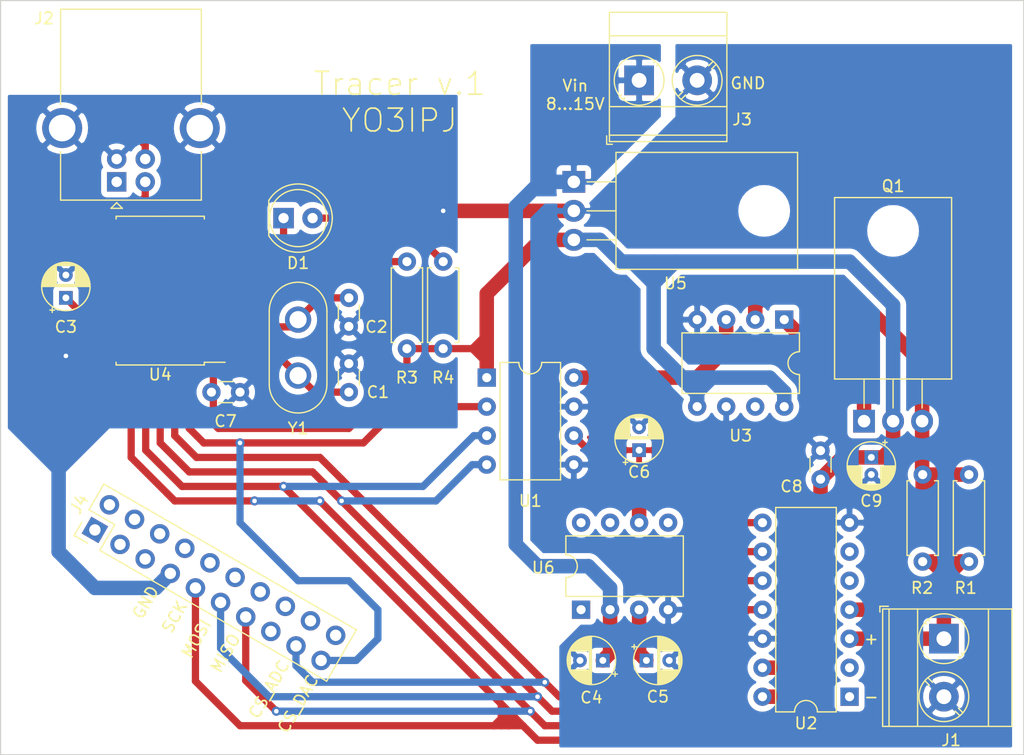
<source format=kicad_pcb>
(kicad_pcb (version 20171130) (host pcbnew 5.1.2-f72e74a~84~ubuntu18.04.1)
  (layers (0 F.Cu signal) (31 B.Cu signal) (34 B.Paste user hide) (35 F.Paste user hide) (36 B.SilkS user) (37 F.SilkS user) (38 B.Mask user hide) (39 F.Mask user hide) (44 Edge.Cuts user))
  (net 0 "")
  (net 1 "Net-(J1-Pad1)")
  (net 2 /SPI_MOSI)
  (net 3 /SPI_CLK)
  (net 4 GND)
  (net 5 /Vin)
  (net 6 "Net-(Q1-Pad3)")
  (net 7 +5V)
  (net 8 "Net-(Q1-Pad1)")
  (net 9 "Net-(U1-Pad8)")
  (net 10 /Vref)
  (net 11 "Net-(C1-Pad1)")
  (net 12 "Net-(D1-Pad2)")
  (net 13 "Net-(D1-Pad1)")
  (net 14 "Net-(J2-Pad3)")
  (net 15 "Net-(J2-Pad2)")
  (net 16 /SPI_CS_ADC)
  (net 17 /SPI_CS_DAC)
  (net 18 /SPI_MISO)
  (net 19 "Net-(R3-Pad1)")
  (net 20 "Net-(C2-Pad2)")
  (net 21 "Net-(C3-Pad1)")
  (net 22 "Net-(C5-Pad1)")
  (module Connector_PinHeader_2.54mm:PinHeader_2x10_P2.54mm_Vertical (layer F.Cu) (at 72.39 136.525 60)
    (fp_text reference J4 (at 1.27 -2.33 60) (layer F.SilkS))
    (fp_text value Conn_02x10_Odd_Even)
    (pad 20 thru_hole oval (at 2.54 22.86 60) (size 1.7 1.7) (drill 1) (layers *.Cu *.Mask))
    (pad 19 thru_hole oval (at 0 22.86 60) (size 1.7 1.7) (drill 1) (layers *.Cu *.Mask) (net 17 /SPI_CS_DAC))
    (pad 18 thru_hole oval (at 2.54 20.32 60) (size 1.7 1.7) (drill 1) (layers *.Cu *.Mask))
    (pad 17 thru_hole oval (at 0 20.32 60) (size 1.7 1.7) (drill 1) (layers *.Cu *.Mask) (net 16 /SPI_CS_ADC))
    (pad 16 thru_hole oval (at 2.54 17.78 60) (size 1.7 1.7) (drill 1) (layers *.Cu *.Mask))
    (pad 15 thru_hole oval (at 0 17.78 60) (size 1.7 1.7) (drill 1) (layers *.Cu *.Mask))
    (pad 14 thru_hole oval (at 2.54 15.24 60) (size 1.7 1.7) (drill 1) (layers *.Cu *.Mask))
    (pad 13 thru_hole oval (at 0 15.24 60) (size 1.7 1.7) (drill 1) (layers *.Cu *.Mask) (net 18 /SPI_MISO))
    (pad 12 thru_hole oval (at 2.54 12.7 60) (size 1.7 1.7) (drill 1) (layers *.Cu *.Mask))
    (pad 11 thru_hole oval (at 0 12.7 60) (size 1.7 1.7) (drill 1) (layers *.Cu *.Mask) (net 2 /SPI_MOSI))
    (pad 10 thru_hole oval (at 2.54 10.16 60) (size 1.7 1.7) (drill 1) (layers *.Cu *.Mask))
    (pad 9 thru_hole oval (at 0 10.16 60) (size 1.7 1.7) (drill 1) (layers *.Cu *.Mask) (net 3 /SPI_CLK))
    (pad 8 thru_hole oval (at 2.54 7.62 60) (size 1.7 1.7) (drill 1) (layers *.Cu *.Mask))
    (pad 7 thru_hole oval (at 0 7.62 60) (size 1.7 1.7) (drill 1) (layers *.Cu *.Mask) (net 4 GND))
    (pad 6 thru_hole oval (at 2.54 5.08 60) (size 1.7 1.7) (drill 1) (layers *.Cu *.Mask))
    (pad 5 thru_hole oval (at 0 5.08 60) (size 1.7 1.7) (drill 1) (layers *.Cu *.Mask))
    (pad 4 thru_hole oval (at 2.54 2.54 60) (size 1.7 1.7) (drill 1) (layers *.Cu *.Mask))
    (pad 3 thru_hole oval (at 0 2.54 60) (size 1.7 1.7) (drill 1) (layers *.Cu *.Mask))
    (pad 2 thru_hole oval (at 2.54 0 60) (size 1.7 1.7) (drill 1) (layers *.Cu *.Mask))
    (pad 1 thru_hole rect (at 0 0 60) (size 1.7 1.7) (drill 1) (layers *.Cu *.Mask))
  )
  (module Package_DIP:DIP-8_W7.62mm (layer F.Cu) (at 132.715 118.11 270)
    (fp_text reference U3 (at 10.16 3.81 180) (layer F.SilkS))
    (fp_text value MCP6002-xP)
    (pad 8 thru_hole oval (at 7.62 0 270) (size 1.6 1.6) (drill 0.8) (layers *.Cu *.Mask) (net 7 +5V))
    (pad 4 thru_hole oval (at 0 7.62 270) (size 1.6 1.6) (drill 0.8) (layers *.Cu *.Mask) (net 4 GND))
    (pad 7 thru_hole oval (at 7.62 2.54 270) (size 1.6 1.6) (drill 0.8) (layers *.Cu *.Mask))
    (pad 3 thru_hole oval (at 0 5.08 270) (size 1.6 1.6) (drill 0.8) (layers *.Cu *.Mask) (net 9 "Net-(U1-Pad8)"))
    (pad 6 thru_hole oval (at 7.62 5.08 270) (size 1.6 1.6) (drill 0.8) (layers *.Cu *.Mask) (net 4 GND))
    (pad 2 thru_hole oval (at 0 2.54 270) (size 1.6 1.6) (drill 0.8) (layers *.Cu *.Mask) (net 6 "Net-(Q1-Pad3)"))
    (pad 5 thru_hole oval (at 7.62 7.62 270) (size 1.6 1.6) (drill 0.8) (layers *.Cu *.Mask) (net 7 +5V))
    (pad 1 thru_hole rect (at 0 0 270) (size 1.6 1.6) (drill 0.8) (layers *.Cu *.Mask) (net 8 "Net-(Q1-Pad1)"))
  )
  (module Capacitor_THT:CP_Radial_D4.0mm_P1.50mm (layer F.Cu) (at 140.335 130.175 270)
    (fp_text reference C9 (at 3.81 0 180) (layer F.SilkS))
    (fp_text value 10uF)
    (pad 2 thru_hole circle (at 1.5 0 270) (size 1.2 1.2) (drill 0.6) (layers *.Cu *.Mask) (net 4 GND))
    (pad 1 thru_hole rect (at 0 0 270) (size 1.2 1.2) (drill 0.6) (layers *.Cu *.Mask) (net 7 +5V))
  )
  (module Capacitor_THT:C_Disc_D3.0mm_W1.6mm_P2.50mm (layer F.Cu) (at 135.89 132.08 90)
    (fp_text reference C8 (at -0.635 -2.54 180) (layer F.SilkS))
    (fp_text value 10nF)
    (pad 2 thru_hole circle (at 2.5 0 90) (size 1.6 1.6) (drill 0.8) (layers *.Cu *.Mask) (net 4 GND))
    (pad 1 thru_hole circle (at 0 0 90) (size 1.6 1.6) (drill 0.8) (layers *.Cu *.Mask) (net 7 +5V))
  )
  (module Capacitor_THT:C_Disc_D3.0mm_W1.6mm_P2.50mm (layer F.Cu) (at 82.59 124.46)
    (fp_text reference C7 (at 1.23 2.54) (layer F.SilkS))
    (fp_text value 10nF)
    (pad 2 thru_hole circle (at 2.5 0) (size 1.6 1.6) (drill 0.8) (layers *.Cu *.Mask) (net 4 GND))
    (pad 1 thru_hole circle (at 0 0) (size 1.6 1.6) (drill 0.8) (layers *.Cu *.Mask) (net 7 +5V))
  )
  (module TerminalBlock_Phoenix:TerminalBlock_Phoenix_MKDS-3-2-5.08_1x02_P5.08mm_Horizontal (layer F.Cu) (at 120.015 97.155)
    (fp_text reference J3 (at 9.017 3.429) (layer F.SilkS))
    (fp_text value Screw_Terminal_01x02)
    (pad 2 thru_hole circle (at 5.08 0) (size 2.6 2.6) (drill 1.3) (layers *.Cu *.Mask) (net 4 GND))
    (pad 1 thru_hole rect (at 0 0) (size 2.6 2.6) (drill 1.3) (layers *.Cu *.Mask) (net 5 /Vin))
  )
  (module TerminalBlock_Phoenix:TerminalBlock_Phoenix_MKDS-3-2-5.08_1x02_P5.08mm_Horizontal (layer F.Cu) (at 146.685 146.05 270)
    (fp_text reference J1 (at 8.89 -0.635 180) (layer F.SilkS))
    (fp_text value Screw_Terminal_01x02)
    (pad 2 thru_hole circle (at 5.08 0 270) (size 2.6 2.6) (drill 1.3) (layers *.Cu *.Mask) (net 4 GND))
    (pad 1 thru_hole rect (at 0 0 270) (size 2.6 2.6) (drill 1.3) (layers *.Cu *.Mask) (net 1 "Net-(J1-Pad1)"))
  )
  (module Capacitor_THT:CP_Radial_D4.0mm_P2.00mm (layer F.Cu) (at 120.015 129.54 90)
    (fp_text reference C6 (at -1.905 0 180) (layer F.SilkS))
    (fp_text value 2.2uF)
    (pad 2 thru_hole circle (at 2 0 90) (size 1.2 1.2) (drill 0.6) (layers *.Cu *.Mask) (net 4 GND))
    (pad 1 thru_hole rect (at 0 0 90) (size 1.2 1.2) (drill 0.6) (layers *.Cu *.Mask) (net 10 /Vref))
  )
  (module Capacitor_THT:CP_Radial_D4.0mm_P2.00mm (layer F.Cu) (at 120.65 147.955)
    (fp_text reference C5 (at 1 3.175) (layer F.SilkS))
    (fp_text value 1uF)
    (pad 2 thru_hole circle (at 2 0) (size 1.2 1.2) (drill 0.6) (layers *.Cu *.Mask) (net 4 GND))
    (pad 1 thru_hole rect (at 0 0) (size 1.2 1.2) (drill 0.6) (layers *.Cu *.Mask) (net 22 "Net-(C5-Pad1)"))
  )
  (module Capacitor_THT:CP_Radial_D4.0mm_P2.00mm (layer F.Cu) (at 116.84 147.955 180)
    (fp_text reference C4 (at 1 -3.25) (layer F.SilkS))
    (fp_text value 2.2uF)
    (pad 2 thru_hole circle (at 2 0 180) (size 1.2 1.2) (drill 0.6) (layers *.Cu *.Mask) (net 4 GND))
    (pad 1 thru_hole rect (at 0 0 180) (size 1.2 1.2) (drill 0.6) (layers *.Cu *.Mask) (net 5 /Vin))
  )
  (module Capacitor_THT:C_Disc_D3.0mm_W1.6mm_P2.50mm (layer F.Cu) (at 94.615 118.705 90)
    (fp_text reference C2 (at -0.04 2.413 180) (layer F.SilkS))
    (fp_text value 22pF)
    (pad 2 thru_hole circle (at 2.5 0 90) (size 1.6 1.6) (drill 0.8) (layers *.Cu *.Mask) (net 20 "Net-(C2-Pad2)"))
    (pad 1 thru_hole circle (at 0 0 90) (size 1.6 1.6) (drill 0.8) (layers *.Cu *.Mask) (net 4 GND))
  )
  (module Capacitor_THT:C_Disc_D3.0mm_W1.6mm_P2.50mm (layer F.Cu) (at 94.615 124.46 90)
    (fp_text reference C1 (at 0 2.54 180) (layer F.SilkS))
    (fp_text value 22pF)
    (pad 2 thru_hole circle (at 2.5 0 90) (size 1.6 1.6) (drill 0.8) (layers *.Cu *.Mask) (net 4 GND))
    (pad 1 thru_hole circle (at 0 0 90) (size 1.6 1.6) (drill 0.8) (layers *.Cu *.Mask) (net 11 "Net-(C1-Pad1)"))
  )
  (module Crystal:Crystal_HC50_Vertical (layer F.Cu) (at 90.17 118.11 270)
    (fp_text reference Y1 (at 9.525 0 180) (layer F.SilkS))
    (fp_text value 12MHz)
    (pad 2 thru_hole circle (at 4.9 0 270) (size 2.3 2.3) (drill 1.5) (layers *.Cu *.Mask) (net 11 "Net-(C1-Pad1)"))
    (pad 1 thru_hole circle (at 0 0 270) (size 2.3 2.3) (drill 1.5) (layers *.Cu *.Mask) (net 20 "Net-(C2-Pad2)"))
  )
  (module Connector_USB:USB_B_OST_USB-B1HSxx_Horizontal (layer F.Cu) (at 74.295 106.045 90)
    (fp_text reference J2 (at 14.319 -6.35 180) (layer F.SilkS))
    (fp_text value USB_B)
    (pad 5 thru_hole circle (at 4.71 7.27 90) (size 3.5 3.5) (drill 2.33) (layers *.Cu *.Mask) (net 4 GND))
    (pad 5 thru_hole circle (at 4.71 -4.77 90) (size 3.5 3.5) (drill 2.33) (layers *.Cu *.Mask) (net 4 GND))
    (pad 4 thru_hole circle (at 2 0 90) (size 1.7 1.7) (drill 0.92) (layers *.Cu *.Mask) (net 4 GND))
    (pad 3 thru_hole circle (at 2 2.5 90) (size 1.7 1.7) (drill 0.92) (layers *.Cu *.Mask) (net 14 "Net-(J2-Pad3)"))
    (pad 2 thru_hole circle (at 0 2.5 90) (size 1.7 1.7) (drill 0.92) (layers *.Cu *.Mask) (net 15 "Net-(J2-Pad2)"))
    (pad 1 thru_hole rect (at 0 0 90) (size 1.7 1.7) (drill 0.92) (layers *.Cu *.Mask))
  )
  (module Capacitor_THT:CP_Radial_D4.0mm_P2.00mm (layer F.Cu) (at 69.85 116.205 90)
    (fp_text reference C3 (at -2.54 0 180) (layer F.SilkS))
    (fp_text value 2.2uF)
    (pad 2 thru_hole circle (at 2 0 90) (size 1.2 1.2) (drill 0.6) (layers *.Cu *.Mask) (net 4 GND))
    (pad 1 thru_hole rect (at 0 0 90) (size 1.2 1.2) (drill 0.6) (layers *.Cu *.Mask) (net 21 "Net-(C3-Pad1)"))
  )
  (module Resistor_THT:R_Axial_DIN0207_L6.3mm_D2.5mm_P7.62mm_Horizontal (layer F.Cu) (at 102.87 120.65 90)
    (fp_text reference R4 (at -2.54 0 180) (layer F.SilkS))
    (fp_text value 1k)
    (pad 2 thru_hole oval (at 7.62 0 90) (size 1.6 1.6) (drill 0.8) (layers *.Cu *.Mask) (net 12 "Net-(D1-Pad2)"))
    (pad 1 thru_hole circle (at 0 0 90) (size 1.6 1.6) (drill 0.8) (layers *.Cu *.Mask) (net 7 +5V))
  )
  (module Resistor_THT:R_Axial_DIN0207_L6.3mm_D2.5mm_P7.62mm_Horizontal (layer F.Cu) (at 99.695 113.03 270)
    (fp_text reference R3 (at 10.16 0 180) (layer F.SilkS))
    (fp_text value 1k)
    (pad 2 thru_hole oval (at 7.62 0 270) (size 1.6 1.6) (drill 0.8) (layers *.Cu *.Mask) (net 7 +5V))
    (pad 1 thru_hole circle (at 0 0 270) (size 1.6 1.6) (drill 0.8) (layers *.Cu *.Mask) (net 19 "Net-(R3-Pad1)"))
  )
  (module Package_SO:SOIC-20W_7.5x12.8mm_P1.27mm (layer F.Cu) (at 78.105 115.57 180)
    (fp_text reference U4 (at 0 -7.35) (layer F.SilkS))
    (fp_text value MCP2210)
    (pad 20 smd roundrect (at 4.65 -5.715 180) (size 2.05 0.6) (layers F.Cu F.Paste F.Mask) (net 4 GND))
    (pad 19 smd roundrect (at 4.65 -4.445 180) (size 2.05 0.6) (layers F.Cu F.Paste F.Mask) (net 14 "Net-(J2-Pad3)"))
    (pad 18 smd roundrect (at 4.65 -3.175 180) (size 2.05 0.6) (layers F.Cu F.Paste F.Mask) (net 15 "Net-(J2-Pad2)"))
    (pad 17 smd roundrect (at 4.65 -1.905 180) (size 2.05 0.6) (layers F.Cu F.Paste F.Mask) (net 21 "Net-(C3-Pad1)"))
    (pad 16 smd roundrect (at 4.65 -0.635 180) (size 2.05 0.6) (layers F.Cu F.Paste F.Mask))
    (pad 15 smd roundrect (at 4.65 0.635 180) (size 2.05 0.6) (layers F.Cu F.Paste F.Mask))
    (pad 14 smd roundrect (at 4.65 1.905 180) (size 2.05 0.6) (layers F.Cu F.Paste F.Mask))
    (pad 13 smd roundrect (at 4.65 3.175 180) (size 2.05 0.6) (layers F.Cu F.Paste F.Mask) (net 18 /SPI_MISO))
    (pad 12 smd roundrect (at 4.65 4.445 180) (size 2.05 0.6) (layers F.Cu F.Paste F.Mask))
    (pad 11 smd roundrect (at 4.65 5.715 180) (size 2.05 0.6) (layers F.Cu F.Paste F.Mask) (net 3 /SPI_CLK))
    (pad 10 smd roundrect (at -4.65 5.715 180) (size 2.05 0.6) (layers F.Cu F.Paste F.Mask))
    (pad 9 smd roundrect (at -4.65 4.445 180) (size 2.05 0.6) (layers F.Cu F.Paste F.Mask) (net 2 /SPI_MOSI))
    (pad 8 smd roundrect (at -4.65 3.175 180) (size 2.05 0.6) (layers F.Cu F.Paste F.Mask) (net 13 "Net-(D1-Pad1)"))
    (pad 7 smd roundrect (at -4.65 1.905 180) (size 2.05 0.6) (layers F.Cu F.Paste F.Mask))
    (pad 6 smd roundrect (at -4.65 0.635 180) (size 2.05 0.6) (layers F.Cu F.Paste F.Mask) (net 16 /SPI_CS_ADC))
    (pad 5 smd roundrect (at -4.65 -0.635 180) (size 2.05 0.6) (layers F.Cu F.Paste F.Mask) (net 17 /SPI_CS_DAC))
    (pad 4 smd roundrect (at -4.65 -1.905 180) (size 2.05 0.6) (layers F.Cu F.Paste F.Mask) (net 19 "Net-(R3-Pad1)"))
    (pad 3 smd roundrect (at -4.65 -3.175 180) (size 2.05 0.6) (layers F.Cu F.Paste F.Mask) (net 20 "Net-(C2-Pad2)"))
    (pad 2 smd roundrect (at -4.65 -4.445 180) (size 2.05 0.6) (layers F.Cu F.Paste F.Mask) (net 11 "Net-(C1-Pad1)"))
    (pad 1 smd roundrect (at -4.65 -5.715 180) (size 2.05 0.6) (layers F.Cu F.Paste F.Mask) (net 7 +5V))
  )
  (module LED_THT:LED_D5.0mm (layer F.Cu) (at 88.9 109.22)
    (fp_text reference D1 (at 1.27 3.937) (layer F.SilkS))
    (fp_text value LED)
    (pad 2 thru_hole circle (at 2.54 0) (size 1.8 1.8) (drill 0.9) (layers *.Cu *.Mask) (net 12 "Net-(D1-Pad2)"))
    (pad 1 thru_hole rect (at 0 0) (size 1.8 1.8) (drill 0.9) (layers *.Cu *.Mask) (net 13 "Net-(D1-Pad1)"))
  )
  (module Package_DIP:DIP-14_W7.62mm (layer F.Cu) (at 138.43 151.13 180)
    (fp_text reference U2 (at 3.81 -2.33) (layer F.SilkS))
    (fp_text value MCP3204)
    (pad 14 thru_hole oval (at 7.62 0 180) (size 1.6 1.6) (drill 0.8) (layers *.Cu *.Mask) (net 7 +5V))
    (pad 7 thru_hole oval (at 0 15.24 180) (size 1.6 1.6) (drill 0.8) (layers *.Cu *.Mask) (net 4 GND))
    (pad 13 thru_hole oval (at 7.62 2.54 180) (size 1.6 1.6) (drill 0.8) (layers *.Cu *.Mask) (net 10 /Vref))
    (pad 6 thru_hole oval (at 0 12.7 180) (size 1.6 1.6) (drill 0.8) (layers *.Cu *.Mask))
    (pad 12 thru_hole oval (at 7.62 5.08 180) (size 1.6 1.6) (drill 0.8) (layers *.Cu *.Mask) (net 4 GND))
    (pad 5 thru_hole oval (at 0 10.16 180) (size 1.6 1.6) (drill 0.8) (layers *.Cu *.Mask))
    (pad 11 thru_hole oval (at 7.62 7.62 180) (size 1.6 1.6) (drill 0.8) (layers *.Cu *.Mask) (net 3 /SPI_CLK))
    (pad 4 thru_hole oval (at 0 7.62 180) (size 1.6 1.6) (drill 0.8) (layers *.Cu *.Mask) (net 6 "Net-(Q1-Pad3)"))
    (pad 10 thru_hole oval (at 7.62 10.16 180) (size 1.6 1.6) (drill 0.8) (layers *.Cu *.Mask) (net 18 /SPI_MISO))
    (pad 3 thru_hole oval (at 0 5.08 180) (size 1.6 1.6) (drill 0.8) (layers *.Cu *.Mask) (net 1 "Net-(J1-Pad1)"))
    (pad 9 thru_hole oval (at 7.62 12.7 180) (size 1.6 1.6) (drill 0.8) (layers *.Cu *.Mask) (net 2 /SPI_MOSI))
    (pad 2 thru_hole oval (at 0 2.54 180) (size 1.6 1.6) (drill 0.8) (layers *.Cu *.Mask))
    (pad 8 thru_hole oval (at 7.62 15.24 180) (size 1.6 1.6) (drill 0.8) (layers *.Cu *.Mask) (net 16 /SPI_CS_ADC))
    (pad 1 thru_hole rect (at 0 0 180) (size 1.6 1.6) (drill 0.8) (layers *.Cu *.Mask))
  )
  (module Package_DIP:DIP-8_W7.62mm (layer F.Cu) (at 114.935 143.51 90)
    (fp_text reference U6 (at 3.683 -3.302 180) (layer F.SilkS))
    (fp_text value MAX6341)
    (pad 8 thru_hole oval (at 7.62 0 90) (size 1.6 1.6) (drill 0.8) (layers *.Cu *.Mask))
    (pad 4 thru_hole oval (at 0 7.62 90) (size 1.6 1.6) (drill 0.8) (layers *.Cu *.Mask) (net 4 GND))
    (pad 7 thru_hole oval (at 7.62 2.54 90) (size 1.6 1.6) (drill 0.8) (layers *.Cu *.Mask))
    (pad 3 thru_hole oval (at 0 5.08 90) (size 1.6 1.6) (drill 0.8) (layers *.Cu *.Mask) (net 22 "Net-(C5-Pad1)"))
    (pad 6 thru_hole oval (at 7.62 5.08 90) (size 1.6 1.6) (drill 0.8) (layers *.Cu *.Mask) (net 10 /Vref))
    (pad 2 thru_hole oval (at 0 2.54 90) (size 1.6 1.6) (drill 0.8) (layers *.Cu *.Mask) (net 5 /Vin))
    (pad 5 thru_hole oval (at 7.62 7.62 90) (size 1.6 1.6) (drill 0.8) (layers *.Cu *.Mask))
    (pad 1 thru_hole rect (at 0 0 90) (size 1.6 1.6) (drill 0.8) (layers *.Cu *.Mask))
  )
  (module Package_TO_SOT_THT:TO-220-3_Horizontal_TabDown (layer F.Cu) (at 114.3 106.045 270)
    (fp_text reference U5 (at 8.89 -8.89 180) (layer F.SilkS))
    (fp_text value L7805)
    (pad 3 thru_hole oval (at 5.08 0 270) (size 1.905 2) (drill 1.1) (layers *.Cu *.Mask) (net 7 +5V))
    (pad 2 thru_hole oval (at 2.54 0 270) (size 1.905 2) (drill 1.1) (layers *.Cu *.Mask) (net 4 GND))
    (pad 1 thru_hole rect (at 0 0 270) (size 1.905 2) (drill 1.1) (layers *.Cu *.Mask) (net 5 /Vin))
    (pad "" np_thru_hole oval (at 2.54 -16.66 270) (size 3.5 3.5) (drill 3.5) (layers *.Cu *.Mask))
  )
  (module Package_DIP:DIP-8_W7.62mm (layer F.Cu) (at 106.68 123.19)
    (fp_text reference U1 (at 3.81 10.795) (layer F.SilkS))
    (fp_text value MCP4921)
    (pad 8 thru_hole oval (at 7.62 0) (size 1.6 1.6) (drill 0.8) (layers *.Cu *.Mask) (net 9 "Net-(U1-Pad8)"))
    (pad 4 thru_hole oval (at 0 7.62) (size 1.6 1.6) (drill 0.8) (layers *.Cu *.Mask) (net 2 /SPI_MOSI))
    (pad 7 thru_hole oval (at 7.62 2.54) (size 1.6 1.6) (drill 0.8) (layers *.Cu *.Mask) (net 4 GND))
    (pad 3 thru_hole oval (at 0 5.08) (size 1.6 1.6) (drill 0.8) (layers *.Cu *.Mask) (net 3 /SPI_CLK))
    (pad 6 thru_hole oval (at 7.62 5.08) (size 1.6 1.6) (drill 0.8) (layers *.Cu *.Mask) (net 10 /Vref))
    (pad 2 thru_hole oval (at 0 2.54) (size 1.6 1.6) (drill 0.8) (layers *.Cu *.Mask) (net 17 /SPI_CS_DAC))
    (pad 5 thru_hole oval (at 7.62 7.62) (size 1.6 1.6) (drill 0.8) (layers *.Cu *.Mask) (net 4 GND))
    (pad 1 thru_hole rect (at 0 0) (size 1.6 1.6) (drill 0.8) (layers *.Cu *.Mask) (net 7 +5V))
  )
  (module Resistor_THT:R_Axial_DIN0207_L6.3mm_D2.5mm_P7.62mm_Horizontal (layer F.Cu) (at 144.83 131.68 270)
    (fp_text reference R2 (at 9.925 0.05 180) (layer F.SilkS))
    (fp_text value 100)
    (pad 2 thru_hole oval (at 7.62 0 270) (size 1.6 1.6) (drill 0.8) (layers *.Cu *.Mask) (net 1 "Net-(J1-Pad1)"))
    (pad 1 thru_hole circle (at 0 0 270) (size 1.6 1.6) (drill 0.8) (layers *.Cu *.Mask) (net 6 "Net-(Q1-Pad3)"))
  )
  (module Resistor_THT:R_Axial_DIN0207_L6.3mm_D2.5mm_P7.62mm_Horizontal (layer F.Cu) (at 148.88 131.68 270)
    (fp_text reference R1 (at 9.925 0.29 180) (layer F.SilkS))
    (fp_text value 100)
    (pad 2 thru_hole oval (at 7.62 0 270) (size 1.6 1.6) (drill 0.8) (layers *.Cu *.Mask) (net 1 "Net-(J1-Pad1)"))
    (pad 1 thru_hole circle (at 0 0 270) (size 1.6 1.6) (drill 0.8) (layers *.Cu *.Mask) (net 6 "Net-(Q1-Pad3)"))
  )
  (module Package_TO_SOT_THT:TO-220-3_Horizontal_TabDown (layer F.Cu) (at 139.7 127)
    (fp_text reference Q1 (at 2.54 -20.58) (layer F.SilkS))
    (fp_text value TIP41)
    (pad 3 thru_hole oval (at 5.08 0) (size 1.905 2) (drill 1.1) (layers *.Cu *.Mask) (net 6 "Net-(Q1-Pad3)"))
    (pad 2 thru_hole oval (at 2.54 0) (size 1.905 2) (drill 1.1) (layers *.Cu *.Mask) (net 7 +5V))
    (pad 1 thru_hole rect (at 0 0) (size 1.905 2) (drill 1.1) (layers *.Cu *.Mask) (net 8 "Net-(Q1-Pad1)"))
    (pad "" np_thru_hole oval (at 2.54 -16.66) (size 3.5 3.5) (drill 3.5) (layers *.Cu *.Mask))
  )
  (gr_text CS_DAC (at 90.17 151.765 60) (layer F.SilkS) (effects (font (size 1 1))))
  (gr_text CS_ADC (at 87.63 150.495 60) (layer F.SilkS) (effects (font (size 1 1))))
  (gr_text MISO (at 83.82 147.32 60) (layer F.SilkS) (effects (font (size 1 1))))
  (gr_text MOSI (at 81.28 146.05 60) (layer F.SilkS) (effects (font (size 1 1))))
  (gr_text SCK (at 79.375 144.145 60) (layer F.SilkS) (effects (font (size 1 1))))
  (gr_text GND (at 76.835 142.875 60) (layer F.SilkS) (effects (font (size 1 1))))
  (gr_line (start 153.67 90.17) (end 64.135 90.17) (layer Edge.Cuts) (width 0.1))
  (gr_line (start 153.67 156.21) (end 153.67 90.17) (layer Edge.Cuts) (width 0.1))
  (gr_line (start 64.135 156.21) (end 153.67 156.21) (layer Edge.Cuts) (width 0.1))
  (gr_line (start 64.135 90.17) (end 64.135 156.21) (layer Edge.Cuts) (width 0.1))
  (gr_text - (at 140.335 151.13) (layer F.SilkS) (effects (font (size 1 1))))
  (gr_text + (at 140.335 146.05) (layer F.SilkS) (effects (font (size 1 1))))
  (gr_text "Vin\n8...15V" (at 114.427 98.425) (layer F.SilkS) (effects (font (size 1 1))))
  (gr_text GND (at 129.54 97.409) (layer F.SilkS) (effects (font (size 1 1))))
  (gr_text "Tracer v.1\nYO3IPJ" (at 99.06 99.06) (layer F.SilkS) (effects (font (size 2 2))))
  (segment (start 138.43 146.05) (end 146.685 146.05) (width 1.27) (layer F.Cu) (net 1))
  (segment (start 146.685 140.805) (end 148.19 139.3) (width 1.27) (layer F.Cu) (net 1))
  (segment (start 146.685 146.05) (end 146.685 140.805) (width 1.27) (layer F.Cu) (net 1))
  (segment (start 146.92 139.3) (end 148.19 139.3) (width 1.27) (layer F.Cu) (net 1))
  (segment (start 148.19 139.3) (end 148.88 139.3) (width 1.27) (layer F.Cu) (net 1))
  (segment (start 146.685 140.335) (end 145.65 139.3) (width 1.27) (layer F.Cu) (net 1))
  (segment (start 144.83 139.3) (end 145.65 139.3) (width 1.27) (layer F.Cu) (net 1))
  (segment (start 146.685 140.805) (end 146.685 140.335) (width 1.27) (layer F.Cu) (net 1))
  (segment (start 145.65 139.3) (end 146.92 139.3) (width 1.27) (layer F.Cu) (net 1))
  (segment (start 128.27 138.43) (end 130.81 138.43) (width 0.635) (layer F.Cu) (net 2))
  (segment (start 93.0275 133.0325) (end 109.22 149.225) (width 0.635) (layer F.Cu) (net 2))
  (segment (start 124.46 152.4) (end 126.365 150.495) (width 0.635) (layer F.Cu) (net 2))
  (segment (start 126.365 140.335) (end 128.27 138.43) (width 0.635) (layer F.Cu) (net 2))
  (segment (start 112.395 152.4) (end 124.46 152.4) (width 0.635) (layer F.Cu) (net 2))
  (segment (start 126.365 150.495) (end 126.365 140.335) (width 0.635) (layer F.Cu) (net 2))
  (segment (start 91.44 131.445) (end 93.0275 133.0325) (width 0.635) (layer F.Cu) (net 2))
  (segment (start 78.105 128.905) (end 80.645 131.445) (width 0.635) (layer F.Cu) (net 2))
  (segment (start 78.105 114.3) (end 78.105 128.905) (width 0.635) (layer F.Cu) (net 2))
  (segment (start 82.755 111.125) (end 81.28 111.125) (width 0.635) (layer F.Cu) (net 2))
  (segment (start 80.645 131.445) (end 91.44 131.445) (width 0.635) (layer F.Cu) (net 2))
  (segment (start 81.28 111.125) (end 78.105 114.3) (width 0.635) (layer F.Cu) (net 2))
  (segment (start 106.68 130.81) (end 105.41 130.81) (width 0.635) (layer B.Cu) (net 2))
  (segment (start 105.41 130.81) (end 102.235 133.985) (width 0.635) (layer B.Cu) (net 2))
  (segment (start 102.235 133.985) (end 93.98 133.985) (width 0.635) (layer B.Cu) (net 2))
  (segment (start 93.98 133.985) (end 93.98 133.985) (width 0.635) (layer B.Cu) (net 2))
  (via (at 93.98 133.985) (size 0.8) (drill 0.4) (layers F.Cu B.Cu) (net 2))
  (segment (start 109.855 149.86) (end 109.855 149.86) (width 0.635) (layer F.Cu) (net 2))
  (segment (start 109.22 149.225) (end 109.855 149.86) (width 0.635) (layer F.Cu) (net 2))
  (segment (start 109.855 149.86) (end 111.125 151.13) (width 0.635) (layer F.Cu) (net 2))
  (segment (start 111.125 151.13) (end 112.395 152.4) (width 0.635) (layer F.Cu) (net 2))
  (via (at 111.125 151.13) (size 0.8) (drill 0.4) (layers F.Cu B.Cu) (net 2))
  (segment (start 83.388523 146.888523) (end 83.388523 142.875) (width 0.635) (layer B.Cu) (net 2))
  (segment (start 111.125 151.13) (end 87.63 151.13) (width 0.635) (layer B.Cu) (net 2))
  (segment (start 87.63 151.13) (end 83.388523 146.888523) (width 0.635) (layer B.Cu) (net 2))
  (segment (start 129.54 143.51) (end 130.81 143.51) (width 0.635) (layer F.Cu) (net 3))
  (segment (start 128.905 144.145) (end 129.54 143.51) (width 0.635) (layer F.Cu) (net 3))
  (segment (start 91.1225 134.9375) (end 103.8225 147.6375) (width 0.635) (layer F.Cu) (net 3))
  (segment (start 111.125 154.94) (end 125.73 154.94) (width 0.635) (layer F.Cu) (net 3))
  (segment (start 125.73 154.94) (end 128.905 151.765) (width 0.635) (layer F.Cu) (net 3))
  (segment (start 128.905 151.765) (end 128.905 144.145) (width 0.635) (layer F.Cu) (net 3))
  (segment (start 105.54863 128.27) (end 101.10363 132.715) (width 0.635) (layer B.Cu) (net 3))
  (segment (start 106.68 128.27) (end 105.54863 128.27) (width 0.635) (layer B.Cu) (net 3))
  (segment (start 101.10363 132.715) (end 88.9 132.715) (width 0.635) (layer B.Cu) (net 3))
  (segment (start 88.9 132.715) (end 91.1225 134.9375) (width 0.635) (layer F.Cu) (net 3))
  (segment (start 80.01 132.715) (end 88.9 132.715) (width 0.635) (layer F.Cu) (net 3))
  (segment (start 76.835 129.54) (end 80.01 132.715) (width 0.635) (layer F.Cu) (net 3))
  (segment (start 76.835 111.76) (end 76.835 129.54) (width 0.635) (layer F.Cu) (net 3))
  (segment (start 73.455 109.855) (end 74.93 109.855) (width 0.635) (layer F.Cu) (net 3))
  (segment (start 74.93 109.855) (end 76.835 111.76) (width 0.635) (layer F.Cu) (net 3))
  (segment (start 88.9 132.715) (end 88.9 132.715) (width 0.635) (layer F.Cu) (net 3))
  (via (at 88.9 132.715) (size 0.8) (drill 0.4) (layers F.Cu B.Cu) (net 3))
  (segment (start 109.855 153.67) (end 111.125 154.94) (width 0.635) (layer F.Cu) (net 3))
  (segment (start 81.188818 149.768818) (end 81.188818 141.605) (width 0.635) (layer F.Cu) (net 3))
  (segment (start 85.09 153.67) (end 81.188818 149.768818) (width 0.635) (layer F.Cu) (net 3))
  (segment (start 109.855 153.67) (end 108.585 153.67) (width 0.635) (layer F.Cu) (net 3))
  (segment (start 109.22 153.035) (end 108.585 153.67) (width 0.635) (layer F.Cu) (net 3))
  (segment (start 109.22 153.035) (end 109.855 153.67) (width 0.635) (layer F.Cu) (net 3))
  (segment (start 108.585 152.4) (end 109.22 153.035) (width 0.635) (layer F.Cu) (net 3))
  (segment (start 107.315 153.67) (end 85.09 153.67) (width 0.635) (layer F.Cu) (net 3))
  (segment (start 107.95 153.67) (end 108.585 153.035) (width 0.635) (layer F.Cu) (net 3))
  (segment (start 108.585 153.035) (end 108.585 153.67) (width 0.635) (layer F.Cu) (net 3))
  (segment (start 108.585 152.4) (end 108.585 153.035) (width 0.635) (layer F.Cu) (net 3))
  (segment (start 107.95 153.67) (end 107.315 153.67) (width 0.635) (layer F.Cu) (net 3))
  (segment (start 108.585 153.67) (end 107.95 153.67) (width 0.635) (layer F.Cu) (net 3))
  (segment (start 107.95 153.035) (end 107.315 153.67) (width 0.635) (layer F.Cu) (net 3))
  (segment (start 107.95 151.765) (end 107.95 153.035) (width 0.635) (layer F.Cu) (net 3))
  (segment (start 108.585 152.4) (end 107.95 153.035) (width 0.635) (layer F.Cu) (net 3))
  (segment (start 107.95 151.765) (end 108.585 152.4) (width 0.635) (layer F.Cu) (net 3))
  (segment (start 103.8225 147.6375) (end 107.95 151.765) (width 0.635) (layer F.Cu) (net 3))
  (segment (start 73.455 121.285) (end 72.39 121.285) (width 0.635) (layer F.Cu) (net 4))
  (segment (start 114.3 108.585) (end 102.87 108.585) (width 1.27) (layer F.Cu) (net 4))
  (segment (start 102.87 108.585) (end 102.87 108.585) (width 1.27) (layer F.Cu) (net 4))
  (via (at 102.87 108.585) (size 0.8) (drill 0.4) (layers F.Cu B.Cu) (net 4))
  (segment (start 72.39 121.285) (end 69.85 121.285) (width 0.635) (layer F.Cu) (net 4))
  (segment (start 69.85 121.285) (end 69.85 121.285) (width 0.635) (layer F.Cu) (net 4))
  (via (at 69.85 121.285) (size 0.8) (drill 0.4) (layers F.Cu B.Cu) (net 4))
  (segment (start 77.719114 141.605) (end 78.989114 140.335) (width 1.27) (layer B.Cu) (net 4))
  (segment (start 77.719114 141.605) (end 72.39 141.605) (width 1.27) (layer B.Cu) (net 4))
  (segment (start 72.39 141.605) (end 69.215 138.43) (width 1.27) (layer B.Cu) (net 4))
  (segment (start 69.215 138.43) (end 69.215 127.635) (width 1.27) (layer B.Cu) (net 4))
  (segment (start 117.475 147.32) (end 116.84 147.955) (width 1.27) (layer F.Cu) (net 5))
  (segment (start 117.475 143.51) (end 117.475 147.32) (width 1.27) (layer F.Cu) (net 5))
  (segment (start 109.22 108.22) (end 109.22 137.795) (width 1.27) (layer B.Cu) (net 5))
  (segment (start 109.22 137.795) (end 111.125 139.7) (width 1.27) (layer B.Cu) (net 5))
  (segment (start 111.125 139.7) (end 115.57 139.7) (width 1.27) (layer B.Cu) (net 5))
  (segment (start 117.475 141.605) (end 117.475 143.51) (width 1.27) (layer B.Cu) (net 5))
  (segment (start 115.57 139.7) (end 117.475 141.605) (width 1.27) (layer B.Cu) (net 5))
  (segment (start 111.395 106.045) (end 114.3 106.045) (width 1.27) (layer B.Cu) (net 5))
  (segment (start 109.22 108.22) (end 111.395 106.045) (width 1.27) (layer B.Cu) (net 5))
  (segment (start 146.45 131.68) (end 144.83 133.3) (width 1.27) (layer F.Cu) (net 6))
  (segment (start 144.83 133.3) (end 144.83 131.68) (width 1.27) (layer F.Cu) (net 6))
  (segment (start 146.45 131.68) (end 148.88 131.68) (width 1.27) (layer F.Cu) (net 6))
  (segment (start 144.83 131.68) (end 146.45 131.68) (width 1.27) (layer F.Cu) (net 6))
  (segment (start 138.43 143.51) (end 140.97 143.51) (width 1.27) (layer F.Cu) (net 6))
  (segment (start 140.97 143.51) (end 142.24 142.24) (width 1.27) (layer F.Cu) (net 6))
  (segment (start 142.24 135.89) (end 144.83 133.3) (width 1.27) (layer F.Cu) (net 6))
  (segment (start 142.24 142.24) (end 142.24 135.89) (width 1.27) (layer F.Cu) (net 6))
  (segment (start 144.78 127) (end 144.78 131.63) (width 1.27) (layer F.Cu) (net 6))
  (segment (start 144.78 127) (end 144.78 121.92) (width 1.27) (layer F.Cu) (net 6))
  (segment (start 144.78 121.92) (end 138.43 115.57) (width 1.27) (layer F.Cu) (net 6))
  (segment (start 138.43 115.57) (end 131.445 115.57) (width 1.27) (layer F.Cu) (net 6))
  (segment (start 130.175 116.84) (end 130.175 118.11) (width 1.27) (layer F.Cu) (net 6))
  (segment (start 131.445 115.57) (end 130.175 116.84) (width 1.27) (layer F.Cu) (net 6))
  (segment (start 142.24 127) (end 142.24 116.84) (width 1.27) (layer B.Cu) (net 7))
  (segment (start 142.24 116.84) (end 138.43 113.03) (width 1.27) (layer B.Cu) (net 7))
  (segment (start 142.24 129.27) (end 141.335 130.175) (width 1.27) (layer F.Cu) (net 7))
  (segment (start 142.24 127) (end 142.24 129.27) (width 1.27) (layer F.Cu) (net 7))
  (segment (start 135.89 132.08) (end 135.89 149.225) (width 1.27) (layer F.Cu) (net 7))
  (segment (start 133.985 151.13) (end 130.81 151.13) (width 1.27) (layer F.Cu) (net 7))
  (segment (start 135.89 149.225) (end 133.985 151.13) (width 1.27) (layer F.Cu) (net 7))
  (segment (start 99.695 122.555) (end 99.695 120.65) (width 0.635) (layer F.Cu) (net 7))
  (segment (start 94.615 127.635) (end 99.695 122.555) (width 0.635) (layer F.Cu) (net 7))
  (segment (start 83.185 127.635) (end 94.615 127.635) (width 0.635) (layer F.Cu) (net 7))
  (segment (start 82.755 121.285) (end 82.755 127.205) (width 0.635) (layer F.Cu) (net 7))
  (segment (start 82.755 127.205) (end 83.185 127.635) (width 0.635) (layer F.Cu) (net 7))
  (segment (start 99.695 120.65) (end 102.87 120.65) (width 0.635) (layer F.Cu) (net 7))
  (segment (start 105.41 120.65) (end 106.68 121.92) (width 0.635) (layer F.Cu) (net 7))
  (segment (start 102.87 120.65) (end 105.41 120.65) (width 0.635) (layer F.Cu) (net 7))
  (segment (start 106.68 121.12) (end 106.68 121.92) (width 1.27) (layer F.Cu) (net 7))
  (segment (start 106.68 121.92) (end 106.68 123.19) (width 1.27) (layer F.Cu) (net 7))
  (segment (start 105.41 120.65) (end 106.68 119.38) (width 0.635) (layer F.Cu) (net 7))
  (segment (start 106.68 115.84) (end 106.68 119.38) (width 1.27) (layer F.Cu) (net 7))
  (segment (start 106.68 119.38) (end 106.68 121.12) (width 1.27) (layer F.Cu) (net 7))
  (segment (start 106.21 120.65) (end 106.68 121.12) (width 0.635) (layer F.Cu) (net 7))
  (segment (start 105.41 120.65) (end 106.21 120.65) (width 0.635) (layer F.Cu) (net 7))
  (segment (start 111.395 111.125) (end 114.3 111.125) (width 1.27) (layer F.Cu) (net 7))
  (segment (start 106.68 115.84) (end 111.395 111.125) (width 1.27) (layer F.Cu) (net 7))
  (segment (start 141.335 130.175) (end 140.335 130.175) (width 1.27) (layer F.Cu) (net 7))
  (segment (start 137.795 130.175) (end 135.89 132.08) (width 1.27) (layer F.Cu) (net 7))
  (segment (start 140.335 130.175) (end 137.795 130.175) (width 1.27) (layer F.Cu) (net 7))
  (segment (start 116.57 111.125) (end 114.3 111.125) (width 1.27) (layer B.Cu) (net 7))
  (segment (start 118.475 113.03) (end 116.57 111.125) (width 1.27) (layer B.Cu) (net 7))
  (segment (start 121.285 113.03) (end 118.475 113.03) (width 1.27) (layer B.Cu) (net 7))
  (segment (start 121.285 120.65) (end 123.825 123.19) (width 1.27) (layer B.Cu) (net 7))
  (segment (start 132.715 124.46) (end 131.445 123.19) (width 1.27) (layer B.Cu) (net 7))
  (segment (start 132.715 125.73) (end 132.715 124.46) (width 1.27) (layer B.Cu) (net 7))
  (segment (start 123.825 123.32863) (end 123.825 123.19) (width 1.27) (layer B.Cu) (net 7))
  (segment (start 125.095 124.59863) (end 123.825 123.32863) (width 1.27) (layer B.Cu) (net 7))
  (segment (start 125.095 125.73) (end 125.095 124.59863) (width 1.27) (layer B.Cu) (net 7))
  (segment (start 125.095 124.46) (end 126.365 123.19) (width 1.27) (layer B.Cu) (net 7))
  (segment (start 125.095 124.59863) (end 125.095 124.46) (width 1.27) (layer B.Cu) (net 7))
  (segment (start 123.825 123.19) (end 126.365 123.19) (width 1.27) (layer B.Cu) (net 7))
  (segment (start 126.365 123.19) (end 131.445 123.19) (width 1.27) (layer B.Cu) (net 7))
  (segment (start 118.475 113.03) (end 119.38 113.03) (width 1.27) (layer B.Cu) (net 7))
  (segment (start 121.285 113.03) (end 121.285 114.935) (width 1.27) (layer B.Cu) (net 7))
  (segment (start 119.38 113.03) (end 121.285 114.935) (width 1.27) (layer B.Cu) (net 7))
  (segment (start 121.285 114.935) (end 121.285 120.65) (width 1.27) (layer B.Cu) (net 7))
  (segment (start 123.19 113.03) (end 121.285 114.935) (width 1.27) (layer B.Cu) (net 7))
  (segment (start 123.19 113.03) (end 121.285 113.03) (width 1.27) (layer B.Cu) (net 7))
  (segment (start 138.43 113.03) (end 123.19 113.03) (width 1.27) (layer B.Cu) (net 7))
  (segment (start 139.7 125.095) (end 132.715 118.11) (width 1.27) (layer F.Cu) (net 8))
  (segment (start 139.7 127) (end 139.7 125.095) (width 1.27) (layer F.Cu) (net 8))
  (segment (start 127.635 120.65) (end 127.635 118.11) (width 1.27) (layer F.Cu) (net 9))
  (segment (start 114.3 123.19) (end 125.095 123.19) (width 1.27) (layer F.Cu) (net 9))
  (segment (start 125.095 123.19) (end 127.635 120.65) (width 1.27) (layer F.Cu) (net 9))
  (segment (start 130.81 148.59) (end 132.715 148.59) (width 1.27) (layer F.Cu) (net 10))
  (segment (start 132.715 148.59) (end 133.35 147.955) (width 1.27) (layer F.Cu) (net 10))
  (segment (start 133.35 147.955) (end 133.35 133.985) (width 1.27) (layer F.Cu) (net 10))
  (segment (start 120.015 135.89) (end 120.015 132.08) (width 1.27) (layer F.Cu) (net 10))
  (segment (start 133.35 133.985) (end 133.35 133.096) (width 1.27) (layer F.Cu) (net 10))
  (segment (start 133.35 133.985) (end 132.08 132.715) (width 1.27) (layer F.Cu) (net 10))
  (segment (start 114.3 128.27) (end 115.099999 129.069999) (width 0.635) (layer F.Cu) (net 10))
  (segment (start 115.099999 129.069999) (end 115.697 129.667) (width 0.635) (layer F.Cu) (net 10))
  (segment (start 87.175 120.015) (end 90.17 123.01) (width 0.635) (layer F.Cu) (net 11))
  (segment (start 82.755 120.015) (end 87.175 120.015) (width 0.635) (layer F.Cu) (net 11))
  (segment (start 91.62 124.46) (end 90.17 123.01) (width 0.635) (layer F.Cu) (net 11))
  (segment (start 94.615 124.46) (end 91.62 124.46) (width 0.635) (layer F.Cu) (net 11))
  (segment (start 99.06 109.22) (end 102.87 113.03) (width 0.635) (layer F.Cu) (net 12))
  (segment (start 91.44 109.22) (end 99.06 109.22) (width 0.635) (layer F.Cu) (net 12))
  (segment (start 88.9 110.755) (end 88.9 109.22) (width 0.635) (layer F.Cu) (net 13))
  (segment (start 87.26 112.395) (end 88.9 110.755) (width 0.635) (layer F.Cu) (net 13))
  (segment (start 82.755 112.395) (end 87.26 112.395) (width 0.635) (layer F.Cu) (net 13))
  (segment (start 76.795 102.83) (end 76.795 104.045) (width 0.635) (layer F.Cu) (net 14))
  (segment (start 68.58 120.015) (end 66.675 118.11) (width 0.635) (layer F.Cu) (net 14))
  (segment (start 73.66 102.235) (end 76.2 102.235) (width 0.635) (layer F.Cu) (net 14))
  (segment (start 76.2 102.235) (end 76.795 102.83) (width 0.635) (layer F.Cu) (net 14))
  (segment (start 73.455 120.015) (end 68.58 120.015) (width 0.635) (layer F.Cu) (net 14))
  (segment (start 66.675 118.11) (end 66.675 109.22) (width 0.635) (layer F.Cu) (net 14))
  (segment (start 66.675 109.22) (end 73.66 102.235) (width 0.635) (layer F.Cu) (net 14))
  (segment (start 73.455 118.745) (end 69.215 118.745) (width 0.635) (layer F.Cu) (net 15))
  (segment (start 69.215 118.745) (end 67.945 117.475) (width 0.635) (layer F.Cu) (net 15))
  (segment (start 67.945 117.475) (end 67.945 111.125) (width 0.635) (layer F.Cu) (net 15))
  (segment (start 67.945 111.125) (end 71.12 107.95) (width 0.635) (layer F.Cu) (net 15))
  (segment (start 71.12 107.95) (end 76.2 107.95) (width 0.635) (layer F.Cu) (net 15))
  (segment (start 76.795 107.355) (end 76.795 106.045) (width 0.635) (layer F.Cu) (net 15))
  (segment (start 76.2 107.95) (end 76.795 107.355) (width 0.635) (layer F.Cu) (net 15))
  (segment (start 123.825 151.13) (end 113.03 151.13) (width 0.635) (layer F.Cu) (net 16))
  (segment (start 125.095 149.86) (end 123.825 151.13) (width 0.635) (layer F.Cu) (net 16))
  (segment (start 125.095 137.795) (end 125.095 149.86) (width 0.635) (layer F.Cu) (net 16))
  (segment (start 130.81 135.89) (end 127 135.89) (width 0.635) (layer F.Cu) (net 16))
  (segment (start 127 135.89) (end 125.095 137.795) (width 0.635) (layer F.Cu) (net 16))
  (segment (start 106.045 144.145) (end 105.362499 143.462499) (width 0.635) (layer F.Cu) (net 16))
  (segment (start 105.362499 143.462499) (end 93.98 132.08) (width 0.635) (layer F.Cu) (net 16))
  (segment (start 82.755 114.935) (end 81.28 114.935) (width 0.635) (layer F.Cu) (net 16))
  (segment (start 81.28 114.935) (end 79.375 116.84) (width 0.635) (layer F.Cu) (net 16))
  (segment (start 79.375 116.84) (end 79.375 128.27) (width 0.635) (layer F.Cu) (net 16))
  (segment (start 79.375 128.27) (end 81.28 130.175) (width 0.635) (layer F.Cu) (net 16))
  (segment (start 92.075 130.175) (end 93.98 132.08) (width 0.635) (layer F.Cu) (net 16))
  (segment (start 81.28 130.175) (end 92.075 130.175) (width 0.635) (layer F.Cu) (net 16))
  (segment (start 113.03 151.13) (end 111.76 149.86) (width 0.635) (layer F.Cu) (net 16))
  (segment (start 111.76 149.86) (end 106.045 144.145) (width 0.635) (layer F.Cu) (net 16))
  (via (at 111.76 149.86) (size 0.8) (drill 0.4) (layers F.Cu B.Cu) (net 16))
  (segment (start 89.987636 148.407636) (end 89.987636 146.685) (width 0.635) (layer B.Cu) (net 16))
  (segment (start 111.76 149.86) (end 91.44 149.86) (width 0.635) (layer B.Cu) (net 16))
  (segment (start 91.44 149.86) (end 89.987636 148.407636) (width 0.635) (layer B.Cu) (net 16))
  (segment (start 99.06 125.73) (end 106.68 125.73) (width 0.635) (layer F.Cu) (net 17))
  (segment (start 81.28 116.205) (end 80.645 116.84) (width 0.635) (layer F.Cu) (net 17))
  (segment (start 81.915 128.905) (end 85.09 128.905) (width 0.635) (layer F.Cu) (net 17))
  (segment (start 82.755 116.205) (end 81.28 116.205) (width 0.635) (layer F.Cu) (net 17))
  (segment (start 95.885 128.905) (end 99.06 125.73) (width 0.635) (layer F.Cu) (net 17))
  (segment (start 80.645 127.635) (end 81.915 128.905) (width 0.635) (layer F.Cu) (net 17))
  (segment (start 80.645 116.84) (end 80.645 127.635) (width 0.635) (layer F.Cu) (net 17))
  (segment (start 81.915 128.905) (end 81.915 128.905) (width 0.635) (layer F.Cu) (net 17))
  (segment (start 85.09 128.905) (end 95.885 128.905) (width 0.635) (layer F.Cu) (net 17))
  (via (at 85.09 128.905) (size 0.8) (drill 0.4) (layers F.Cu B.Cu) (net 17))
  (segment (start 97.155 146.05) (end 95.25 147.955) (width 0.635) (layer B.Cu) (net 17))
  (segment (start 94.615 140.97) (end 97.155 143.51) (width 0.635) (layer B.Cu) (net 17))
  (segment (start 90.17 140.97) (end 94.615 140.97) (width 0.635) (layer B.Cu) (net 17))
  (segment (start 85.09 128.905) (end 85.09 135.89) (width 0.635) (layer B.Cu) (net 17))
  (segment (start 97.155 143.51) (end 97.155 146.05) (width 0.635) (layer B.Cu) (net 17))
  (segment (start 85.09 135.89) (end 90.17 140.97) (width 0.635) (layer B.Cu) (net 17))
  (segment (start 95.25 147.955) (end 92.187341 147.955) (width 0.635) (layer B.Cu) (net 17))
  (segment (start 78.74 133.35) (end 78.74 133.35) (width 0.635) (layer F.Cu) (net 18))
  (segment (start 128.905 140.97) (end 130.81 140.97) (width 0.635) (layer F.Cu) (net 18))
  (segment (start 92.075 133.985) (end 106.68 148.59) (width 0.635) (layer F.Cu) (net 18))
  (segment (start 111.76 153.67) (end 125.095 153.67) (width 0.635) (layer F.Cu) (net 18))
  (segment (start 125.095 153.67) (end 127.635 151.13) (width 0.635) (layer F.Cu) (net 18))
  (via (at 92.075 133.985) (size 0.8) (drill 0.4) (layers F.Cu B.Cu) (net 18))
  (segment (start 127.635 142.24) (end 128.905 140.97) (width 0.635) (layer F.Cu) (net 18))
  (segment (start 127.635 151.13) (end 127.635 142.24) (width 0.635) (layer F.Cu) (net 18))
  (segment (start 74.295 112.395) (end 73.455 112.395) (width 0.635) (layer F.Cu) (net 18))
  (segment (start 74.93 112.395) (end 74.295 112.395) (width 0.635) (layer F.Cu) (net 18))
  (segment (start 75.565 113.03) (end 74.93 112.395) (width 0.635) (layer F.Cu) (net 18))
  (segment (start 75.565 130.175) (end 75.565 113.03) (width 0.635) (layer F.Cu) (net 18))
  (segment (start 79.375 133.985) (end 75.565 130.175) (width 0.635) (layer F.Cu) (net 18))
  (segment (start 106.68 148.59) (end 110.49 152.4) (width 0.635) (layer F.Cu) (net 18))
  (segment (start 110.49 152.4) (end 111.76 153.67) (width 0.635) (layer F.Cu) (net 18))
  (via (at 110.49 152.4) (size 0.8) (drill 0.4) (layers F.Cu B.Cu) (net 18))
  (segment (start 88.9 152.4) (end 88.9 152.4) (width 0.635) (layer B.Cu) (net 18))
  (segment (start 79.375 133.985) (end 86.36 133.985) (width 0.635) (layer F.Cu) (net 18))
  (segment (start 86.36 133.985) (end 86.36 133.985) (width 0.635) (layer F.Cu) (net 18))
  (via (at 86.36 133.985) (size 0.8) (drill 0.4) (layers F.Cu B.Cu) (net 18))
  (segment (start 86.36 133.985) (end 92.075 133.985) (width 0.635) (layer B.Cu) (net 18))
  (segment (start 85.588227 149.723227) (end 85.588227 144.145) (width 0.635) (layer F.Cu) (net 18))
  (segment (start 88.265 152.4) (end 85.588227 149.723227) (width 0.635) (layer F.Cu) (net 18))
  (via (at 88.265 152.4) (size 0.8) (drill 0.4) (layers F.Cu B.Cu) (net 18))
  (segment (start 110.49 152.4) (end 88.265 152.4) (width 0.635) (layer B.Cu) (net 18))
  (segment (start 82.755 117.475) (end 84.455 117.475) (width 0.635) (layer F.Cu) (net 19))
  (segment (start 84.455 117.475) (end 88.9 113.03) (width 0.635) (layer F.Cu) (net 19))
  (segment (start 88.9 113.03) (end 95.25 113.03) (width 0.635) (layer F.Cu) (net 19))
  (segment (start 95.25 113.03) (end 99.695 113.03) (width 0.635) (layer F.Cu) (net 19))
  (segment (start 89.535 118.745) (end 90.17 118.11) (width 0.635) (layer F.Cu) (net 20))
  (segment (start 82.755 118.745) (end 89.535 118.745) (width 0.635) (layer F.Cu) (net 20))
  (segment (start 90.17 118.11) (end 92.075 116.205) (width 0.635) (layer F.Cu) (net 20))
  (segment (start 92.075 116.205) (end 94.615 116.205) (width 0.635) (layer F.Cu) (net 20))
  (segment (start 71.12 117.475) (end 69.85 116.205) (width 0.635) (layer F.Cu) (net 21))
  (segment (start 73.455 117.475) (end 71.12 117.475) (width 0.635) (layer F.Cu) (net 21))
  (segment (start 120.015 147.32) (end 120.65 147.955) (width 1.27) (layer F.Cu) (net 22))
  (segment (start 120.015 143.51) (end 120.015 147.32) (width 1.27) (layer F.Cu) (net 22))
  (zone (net 4) (net_name GND) (layer B.Cu) (connect_pads (clearance 0.508)) (min_thickness 0.254) (fill yes (arc_segments 32) (thermal_gap 0.508) (thermal_bridge_width 0.508))
    (polygon (pts (xy 111.76 107.95) (xy 110.49 109.22) (xy 110.49 139.7) (xy 114.935 139.7) (xy 116.84 141.605) (xy 116.84 142.875) (xy 113.03 146.685) (xy 113.03 154.94) (xy 113.03 155.575) (xy 152.654 155.575) (xy 152.654 107.95) (xy 152.654 93.98) (xy 123.19 93.98) (xy 123.19 100.33) (xy 115.57 107.95)))
  )
  (zone (net 10) (net_name /Vref) (layer F.Cu) (connect_pads (clearance 0.508)) (min_thickness 0.254) (fill yes (arc_segments 32) (thermal_gap 0.508) (thermal_bridge_width 0.508))
    (polygon (pts (xy 115.57 128.27) (xy 132.08 128.27) (xy 133.985 130.175) (xy 133.985 133.604) (xy 121.666 133.604) (xy 121.031 134.239) (xy 121.031 135.89) (xy 118.872 135.89) (xy 118.872 134.239) (xy 116.459 131.826) (xy 116.459 131.064) (xy 115.824 130.429) (xy 113.665 128.27)))
  )
  (zone (net 4) (net_name GND) (layer B.Cu) (connect_pads (clearance 0.508)) (min_thickness 0.254) (fill yes (arc_segments 32) (thermal_gap 0.508) (thermal_bridge_width 0.508))
    (polygon (pts (xy 64.77 127.635) (xy 64.77 98.425) (xy 104.14 98.425) (xy 104.14 127.635) (xy 73.66 127.635) (xy 69.215 132.08)))
  )
  (zone (net 5) (net_name /Vin) (layer B.Cu) (connect_pads (clearance 0.508)) (min_thickness 0.254) (fill yes (arc_segments 32) (thermal_gap 0.508) (thermal_bridge_width 0.508))
    (polygon (pts (xy 121.92 93.98) (xy 121.92 100.33) (xy 114.935 107.315) (xy 110.49 107.315) (xy 110.49 93.98)))
  )
)
</source>
